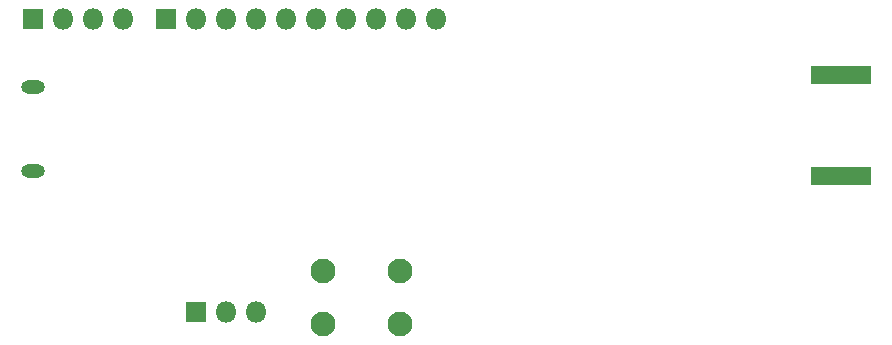
<source format=gbr>
%TF.GenerationSoftware,KiCad,Pcbnew,(5.1.6)-1*%
%TF.CreationDate,2020-07-31T11:50:05+07:00*%
%TF.ProjectId,stm32_nrf24,73746d33-325f-46e7-9266-32342e6b6963,rev?*%
%TF.SameCoordinates,Original*%
%TF.FileFunction,Soldermask,Bot*%
%TF.FilePolarity,Negative*%
%FSLAX46Y46*%
G04 Gerber Fmt 4.6, Leading zero omitted, Abs format (unit mm)*
G04 Created by KiCad (PCBNEW (5.1.6)-1) date 2020-07-31 11:50:05*
%MOMM*%
%LPD*%
G01*
G04 APERTURE LIST*
%ADD10O,1.800000X1.800000*%
%ADD11R,1.800000X1.800000*%
%ADD12C,2.100000*%
%ADD13R,5.180000X1.600000*%
%ADD14O,2.000000X1.150000*%
G04 APERTURE END LIST*
D10*
%TO.C,J5*%
X89610000Y-98180000D03*
X87070000Y-98180000D03*
X84530000Y-98180000D03*
D11*
X81990000Y-98180000D03*
%TD*%
D10*
%TO.C,J4*%
X116070000Y-98190000D03*
X113530000Y-98190000D03*
X110990000Y-98190000D03*
X108450000Y-98190000D03*
X105910000Y-98190000D03*
X103370000Y-98190000D03*
X100830000Y-98190000D03*
X98290000Y-98190000D03*
X95750000Y-98190000D03*
D11*
X93210000Y-98190000D03*
%TD*%
D12*
%TO.C,SW1*%
X106520000Y-124040000D03*
X106520000Y-119540000D03*
X113020000Y-124040000D03*
X113020000Y-119540000D03*
%TD*%
D13*
%TO.C,J3*%
X150357840Y-102960860D03*
X150357840Y-111460860D03*
%TD*%
D10*
%TO.C,J2*%
X100830000Y-123000000D03*
X98290000Y-123000000D03*
D11*
X95750000Y-123000000D03*
%TD*%
D14*
%TO.C,J1*%
X81980000Y-111070000D03*
X81980000Y-103920000D03*
%TD*%
M02*

</source>
